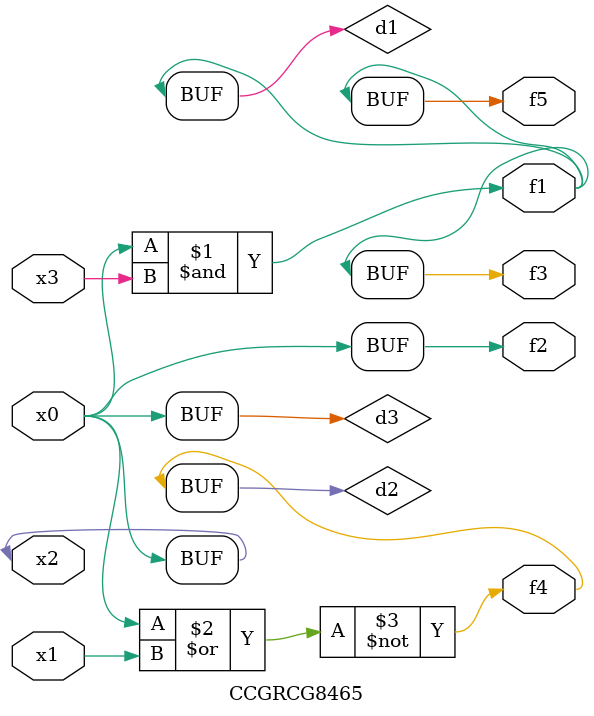
<source format=v>
module CCGRCG8465(
	input x0, x1, x2, x3,
	output f1, f2, f3, f4, f5
);

	wire d1, d2, d3;

	and (d1, x2, x3);
	nor (d2, x0, x1);
	buf (d3, x0, x2);
	assign f1 = d1;
	assign f2 = d3;
	assign f3 = d1;
	assign f4 = d2;
	assign f5 = d1;
endmodule

</source>
